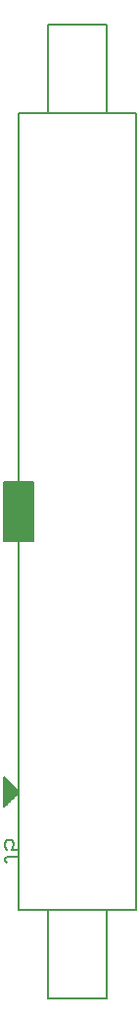
<source format=gbo>
G04 Output by ViewMate Deluxe V11.0.9  PentaLogix LLC*
G04 Sun Jun 14 09:42:27 2015*
%FSLAX33Y33*%
%MOMM*%
%IPPOS*%
%ADD100C,0.127*%
%ADD125C,0.13*%

%LPD*%
X0Y0D2*D100*G1X60579Y25654D2*X60579Y28194D1*X61849Y26924*X60579Y25654*X60579Y25756D2*X60681Y25756D1*X60579Y25878D2*X60803Y25878D1*X60927Y26002D2*X60579Y26002D1*X60579Y26124D2*X61049Y26124D1*X61173Y26248D2*X60579Y26248D1*X60579Y26370D2*X61295Y26370D1*X61420Y26495D2*X60579Y26495D1*X60579Y26617D2*X61542Y26617D1*X61666Y26741D2*X60579Y26741D1*X60579Y26863D2*X61788Y26863D1*X61786Y26988D2*X60579Y26988D1*X60579Y27109D2*X61664Y27109D1*X61539Y27234D2*X60579Y27234D1*X60579Y27356D2*X61417Y27356D1*X61293Y27480D2*X60579Y27480D1*X60579Y27602D2*X61171Y27602D1*X61046Y27727D2*X60579Y27727D1*X60579Y27849D2*X60924Y27849D1*X60800Y27973D2*X60579Y27973D1*X60579Y28095D2*X60678Y28095D1*X61849Y16764D2*X64389Y16764D1*X64389Y9144*X69469Y9144*X69469Y16764*X64389Y16764*X61849Y16764D2*X61849Y85344D1*X64389Y85344*X64389Y92964*X69469Y92964*X69469Y85344*X72009Y85344*X72009Y16764*X69469Y16764*X63119Y48514D2*X60579Y48514D1*X60579Y53594*X63119Y53594*X63119Y48514*X63119Y48544D2*X60579Y48544D1*X60579Y48669D2*X63119Y48669D1*X63119Y48791D2*X60579Y48791D1*X60579Y48915D2*X63119Y48915D1*X63119Y49037D2*X60579Y49037D1*X60579Y49162D2*X63119Y49162D1*X63119Y49284D2*X60579Y49284D1*X60579Y49408D2*X63119Y49408D1*X63119Y49530D2*X60579Y49530D1*X60579Y49654D2*X63119Y49654D1*X63119Y49776D2*X60579Y49776D1*X60579Y49901D2*X63119Y49901D1*X63119Y50023D2*X60579Y50023D1*X60579Y50147D2*X63119Y50147D1*X63119Y50269D2*X60579Y50269D1*X60579Y50394D2*X63119Y50394D1*X63119Y50516D2*X60579Y50516D1*X60579Y50640D2*X63119Y50640D1*X63119Y50762D2*X60579Y50762D1*X60579Y50886D2*X63119Y50886D1*X63119Y51008D2*X60579Y51008D1*X60579Y51133D2*X63119Y51133D1*X63119Y51255D2*X60579Y51255D1*X60579Y51379D2*X63119Y51379D1*X63119Y51501D2*X60579Y51501D1*X60579Y51626D2*X63119Y51626D1*X63119Y51747D2*X60579Y51747D1*X60579Y51872D2*X63119Y51872D1*X63119Y51994D2*X60579Y51994D1*X60579Y52118D2*X63119Y52118D1*X63119Y52240D2*X60579Y52240D1*X60579Y52365D2*X63119Y52365D1*X63119Y52487D2*X60579Y52487D1*X60579Y52611D2*X63119Y52611D1*X63119Y52733D2*X60579Y52733D1*X60579Y52857D2*X63119Y52857D1*X63119Y52979D2*X60579Y52979D1*X60579Y53104D2*X63119Y53104D1*X63119Y53226D2*X60579Y53226D1*X60579Y53350D2*X63119Y53350D1*X63119Y53472D2*X60579Y53472D1*X64389Y85344D2*X69469Y85344D1*D125*X60630Y21217D2*X60630Y21021D1*X60825Y20825*X60630Y21217D2*X60825Y21410D1*X61798Y21410*X61798Y21217D2*X61798Y21605D1*X61798Y21996D2*X61214Y21996D1*X61410Y22385*X61410Y22581*X61214Y22776*X60825Y22776*X60630Y22581*X60630Y22189*X60825Y21996*X61798Y21996D2*X61798Y22776D1*X0Y0D2*M02*
</source>
